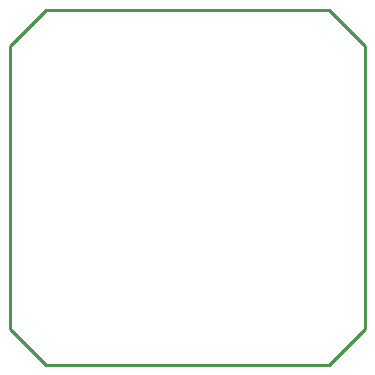
<source format=gm1>
G04*
G04 #@! TF.GenerationSoftware,Altium Limited,CircuitMaker,2.3.0 (2.3.0.3)*
G04*
G04 Layer_Color=16740166*
%FSLAX42Y42*%
%MOMM*%
G71*
G04*
G04 #@! TF.SameCoordinates,27FB0F2B-40EB-4A0B-9F57-6DB8B26DE0FC*
G04*
G04*
G04 #@! TF.FilePolarity,Positive*
G04*
G01*
G75*
%ADD10C,0.25*%
D10*
X6700Y9100D02*
Y11200D01*
Y9100D02*
X7000Y8800D01*
X9400D01*
X9700Y9100D01*
Y11500D01*
X9400Y11800D02*
X9700Y11500D01*
X7000Y11800D02*
X9400D01*
X6700Y11500D02*
X7000Y11800D01*
X6700Y11200D02*
Y11500D01*
M02*

</source>
